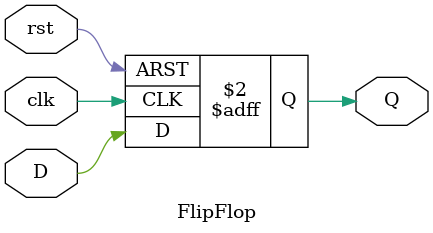
<source format=v>
`timescale 1ns / 1ps

module FlipFlop(input clk, input rst, input D, output reg Q);
always @(posedge clk or posedge rst)
if (rst) begin 
Q <= 1'b0; end 
else begin 
Q<=D; 
end
endmodule
</source>
